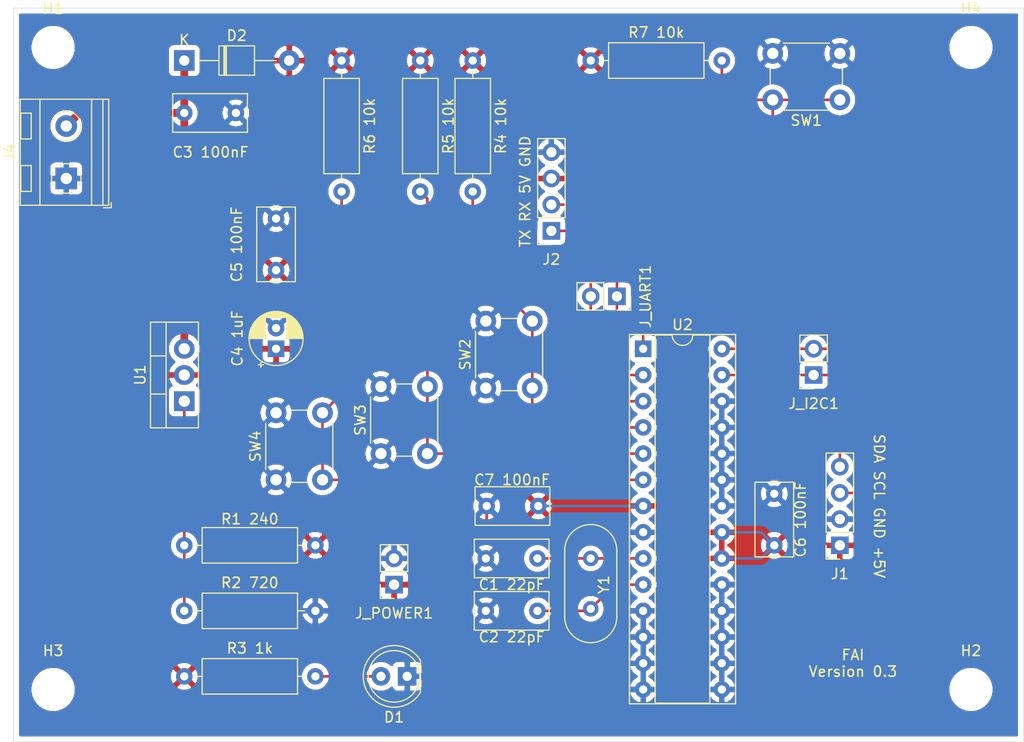
<source format=kicad_pcb>
(kicad_pcb (version 20171130) (host pcbnew "(5.1.6)-1")
  (layers (0 F.Cu signal) (31 B.Cu signal) (34 B.Paste user) (35 F.Paste user) (36 B.SilkS user) (37 F.SilkS user) (38 B.Mask user) (39 F.Mask user) (44 Edge.Cuts user))
  (net 0 "")
  (net 1 "Net-(C1-Pad2)")
  (net 2 GND)
  (net 3 "Net-(C2-Pad2)")
  (net 4 +28V)
  (net 5 +5V)
  (net 6 "Net-(D1-Pad2)")
  (net 7 "Net-(R1-Pad2)")
  (net 8 /PIN2)
  (net 9 /PIN3)
  (net 10 /PIN4)
  (net 11 /SCL)
  (net 12 /SDA)
  (net 13 "Net-(R7-Pad2)")
  (net 14 /RX)
  (net 15 /TX)
  (module "Connector THT:PinSocket_1x02_P2.54mm_Vertical" (layer F.Cu) (at 95.25 132.08 270)
    (fp_text reference J_UART1 (at 0 -2.77 270) (layer F.SilkS))
    (fp_text value Conn_01x02_Female)
    (fp_line (start -1.33 1.27) (end 1.33 1.27) (layer F.SilkS) (width 0.12))
    (fp_line (start -1.33 1.27) (end -1.33 3.87) (layer F.SilkS) (width 0.12))
    (fp_line (start -1.33 3.87) (end 1.33 3.87) (layer F.SilkS) (width 0.12))
    (fp_line (start 1.33 1.27) (end 1.33 3.87) (layer F.SilkS) (width 0.12))
    (fp_line (start 1.33 -1.33) (end 1.33 0) (layer F.SilkS) (width 0.12))
    (fp_line (start 0 -1.33) (end 1.33 -1.33) (layer F.SilkS) (width 0.12))
    (pad 2 thru_hole oval (at 0 2.54 270) (size 1.7 1.7) (drill 1) (layers *.Cu *.Mask) (net 15 /TX))
    (pad 1 thru_hole rect (at 0 0 270) (size 1.7 1.7) (drill 1) (layers *.Cu *.Mask) (net 14 /RX))
  )
  (module "Connector THT:PinSocket_1x02_P2.54mm_Vertical" (layer F.Cu) (at 73.66 160.02 180)
    (fp_text reference J_POWER1 (at 0 -2.77 180) (layer F.SilkS))
    (fp_text value Conn_01x02_Female)
    (fp_line (start -1.33 1.27) (end 1.33 1.27) (layer F.SilkS) (width 0.12))
    (fp_line (start -1.33 1.27) (end -1.33 3.87) (layer F.SilkS) (width 0.12))
    (fp_line (start -1.33 3.87) (end 1.33 3.87) (layer F.SilkS) (width 0.12))
    (fp_line (start 1.33 1.27) (end 1.33 3.87) (layer F.SilkS) (width 0.12))
    (fp_line (start 1.33 -1.33) (end 1.33 0) (layer F.SilkS) (width 0.12))
    (fp_line (start 0 -1.33) (end 1.33 -1.33) (layer F.SilkS) (width 0.12))
    (pad 2 thru_hole oval (at 0 2.54 180) (size 1.7 1.7) (drill 1) (layers *.Cu *.Mask) (net 2 GND))
    (pad 1 thru_hole rect (at 0 0 180) (size 1.7 1.7) (drill 1) (layers *.Cu *.Mask) (net 5 +5V))
  )
  (module "Connector THT:PinSocket_1x02_P2.54mm_Vertical" (layer F.Cu) (at 114.3 139.7 180)
    (fp_text reference J_I2C1 (at 0 -2.77 180) (layer F.SilkS))
    (fp_text value Conn_01x02_Female)
    (fp_line (start -1.33 1.27) (end 1.33 1.27) (layer F.SilkS) (width 0.12))
    (fp_line (start -1.33 1.27) (end -1.33 3.87) (layer F.SilkS) (width 0.12))
    (fp_line (start -1.33 3.87) (end 1.33 3.87) (layer F.SilkS) (width 0.12))
    (fp_line (start 1.33 1.27) (end 1.33 3.87) (layer F.SilkS) (width 0.12))
    (fp_line (start 1.33 -1.33) (end 1.33 0) (layer F.SilkS) (width 0.12))
    (fp_line (start 0 -1.33) (end 1.33 -1.33) (layer F.SilkS) (width 0.12))
    (pad 2 thru_hole oval (at 0 2.54 180) (size 1.7 1.7) (drill 1) (layers *.Cu *.Mask) (net 11 /SCL))
    (pad 1 thru_hole rect (at 0 0 180) (size 1.7 1.7) (drill 1) (layers *.Cu *.Mask) (net 12 /SDA))
  )
  (module Capacitor_THT:C_Rect_L7.0mm_W3.5mm_P5.00mm (layer F.Cu) (at 62.23 129.54 90)
    (fp_text reference "C5 100nF" (at 2.5 -3.81 90) (layer F.SilkS))
    (fp_text value 100nF)
    (fp_line (start -1.12 -1.87) (end 6.12 -1.87) (layer F.SilkS) (width 0.12))
    (fp_line (start -1.12 1.87) (end 6.12 1.87) (layer F.SilkS) (width 0.12))
    (fp_line (start -1.12 -1.87) (end -1.12 1.87) (layer F.SilkS) (width 0.12))
    (fp_line (start 6.12 -1.87) (end 6.12 1.87) (layer F.SilkS) (width 0.12))
    (pad 2 thru_hole circle (at 5 0 90) (size 1.6 1.6) (drill 0.8) (layers *.Cu *.Mask) (net 2 GND))
    (pad 1 thru_hole circle (at 0 0 90) (size 1.6 1.6) (drill 0.8) (layers *.Cu *.Mask) (net 5 +5V))
  )
  (module "Button THT:SW_PUSH_6mm_H5mm" (layer F.Cu) (at 62.23 149.86 90)
    (fp_text reference SW4 (at 3.25 -2 90) (layer F.SilkS))
    (fp_text value SW_Push)
    (fp_line (start 6.75 3) (end 6.75 1.5) (layer F.SilkS) (width 0.12))
    (fp_line (start 5.5 -1) (end 1 -1) (layer F.SilkS) (width 0.12))
    (fp_line (start -0.25 1.5) (end -0.25 3) (layer F.SilkS) (width 0.12))
    (fp_line (start 1 5.5) (end 5.5 5.5) (layer F.SilkS) (width 0.12))
    (pad 1 thru_hole circle (at 6.5 0 180) (size 2 2) (drill 1.1) (layers *.Cu *.Mask) (net 2 GND))
    (pad 2 thru_hole circle (at 6.5 4.5 180) (size 2 2) (drill 1.1) (layers *.Cu *.Mask) (net 10 /PIN4))
    (pad 1 thru_hole circle (at 0 0 180) (size 2 2) (drill 1.1) (layers *.Cu *.Mask) (net 2 GND))
    (pad 2 thru_hole circle (at 0 4.5 180) (size 2 2) (drill 1.1) (layers *.Cu *.Mask) (net 10 /PIN4))
  )
  (module "Connector THT:PinSocket_1x04_P2.54mm_Vertical" (layer F.Cu) (at 88.9 125.73 180)
    (fp_text reference J2 (at 0 -2.77) (layer F.SilkS))
    (fp_text value Conn_01x04_Female)
    (fp_line (start -1.33 1.27) (end 1.33 1.27) (layer F.SilkS) (width 0.12))
    (fp_line (start -1.33 1.27) (end -1.33 8.95) (layer F.SilkS) (width 0.12))
    (fp_line (start -1.33 8.95) (end 1.33 8.95) (layer F.SilkS) (width 0.12))
    (fp_line (start 1.33 1.27) (end 1.33 8.95) (layer F.SilkS) (width 0.12))
    (fp_line (start 1.33 -1.33) (end 1.33 0) (layer F.SilkS) (width 0.12))
    (fp_line (start 0 -1.33) (end 1.33 -1.33) (layer F.SilkS) (width 0.12))
    (pad 4 thru_hole oval (at 0 7.62 180) (size 1.7 1.7) (drill 1) (layers *.Cu *.Mask) (net 2 GND))
    (pad 3 thru_hole oval (at 0 5.08 180) (size 1.7 1.7) (drill 1) (layers *.Cu *.Mask) (net 5 +5V))
    (pad 2 thru_hole oval (at 0 2.54 180) (size 1.7 1.7) (drill 1) (layers *.Cu *.Mask) (net 14 /RX))
    (pad 1 thru_hole rect (at 0 0 180) (size 1.7 1.7) (drill 1) (layers *.Cu *.Mask) (net 15 /TX))
  )
  (module "Connector THT:PinSocket_1x04_P2.54mm_Vertical" (layer F.Cu) (at 116.84 156.21 180)
    (fp_text reference J1 (at 0 -2.77 180) (layer F.SilkS))
    (fp_text value Conn_01x04_Female)
    (fp_line (start -1.33 1.27) (end 1.33 1.27) (layer F.SilkS) (width 0.12))
    (fp_line (start -1.33 1.27) (end -1.33 8.95) (layer F.SilkS) (width 0.12))
    (fp_line (start -1.33 8.95) (end 1.33 8.95) (layer F.SilkS) (width 0.12))
    (fp_line (start 1.33 1.27) (end 1.33 8.95) (layer F.SilkS) (width 0.12))
    (fp_line (start 1.33 -1.33) (end 1.33 0) (layer F.SilkS) (width 0.12))
    (fp_line (start 0 -1.33) (end 1.33 -1.33) (layer F.SilkS) (width 0.12))
    (pad 4 thru_hole oval (at 0 7.62 180) (size 1.7 1.7) (drill 1) (layers *.Cu *.Mask) (net 12 /SDA))
    (pad 3 thru_hole oval (at 0 5.08 180) (size 1.7 1.7) (drill 1) (layers *.Cu *.Mask) (net 11 /SCL))
    (pad 2 thru_hole oval (at 0 2.54 180) (size 1.7 1.7) (drill 1) (layers *.Cu *.Mask) (net 2 GND))
    (pad 1 thru_hole rect (at 0 0 180) (size 1.7 1.7) (drill 1) (layers *.Cu *.Mask) (net 5 +5V))
  )
  (module Quartz:Crystal_HC49-4H_Vertical (layer F.Cu) (at 92.71 157.48 270)
    (fp_text reference Y1 (at 2.54 -1.27 90) (layer F.SilkS))
    (fp_text value 16Mhz)
    (fp_line (start -0.76 -2.525) (end 5.64 -2.525) (layer F.SilkS) (width 0.12))
    (fp_line (start -0.76 2.525) (end 5.64 2.525) (layer F.SilkS) (width 0.12))
    (fp_arc (start 5.64 0) (end 5.64 -2.525) (angle 180) (layer F.SilkS) (width 0.12))
    (fp_arc (start -0.76 0) (end -0.76 -2.525) (angle -180) (layer F.SilkS) (width 0.12))
    (pad 2 thru_hole circle (at 4.88 0 270) (size 1.5 1.5) (drill 0.8) (layers *.Cu *.Mask) (net 3 "Net-(C2-Pad2)"))
    (pad 1 thru_hole circle (at 0 0 270) (size 1.5 1.5) (drill 0.8) (layers *.Cu *.Mask) (net 1 "Net-(C1-Pad2)"))
  )
  (module "TO SOT THT:TO-220-3_Vertical" (layer F.Cu) (at 53.34 142.24 90)
    (fp_text reference U1 (at 2.54 -4.27 90) (layer F.SilkS))
    (fp_text value LM317_TO-220)
    (fp_line (start -2.58 -3.27) (end 7.66 -3.27) (layer F.SilkS) (width 0.12))
    (fp_line (start -2.58 1.371) (end 7.66 1.371) (layer F.SilkS) (width 0.12))
    (fp_line (start -2.58 -3.27) (end -2.58 1.371) (layer F.SilkS) (width 0.12))
    (fp_line (start 7.66 -3.27) (end 7.66 1.371) (layer F.SilkS) (width 0.12))
    (fp_line (start -2.58 -1.76) (end 7.66 -1.76) (layer F.SilkS) (width 0.12))
    (fp_line (start 0.69 -3.27) (end 0.69 -1.76) (layer F.SilkS) (width 0.12))
    (fp_line (start 4.391 -3.27) (end 4.391 -1.76) (layer F.SilkS) (width 0.12))
    (pad 3 thru_hole oval (at 5.08 0 90) (size 1.905 2) (drill 1.1) (layers *.Cu *.Mask) (net 4 +28V))
    (pad 2 thru_hole oval (at 2.54 0 90) (size 1.905 2) (drill 1.1) (layers *.Cu *.Mask) (net 5 +5V))
    (pad 1 thru_hole rect (at 0 0 90) (size 1.905 2) (drill 1.1) (layers *.Cu *.Mask) (net 7 "Net-(R1-Pad2)"))
  )
  (module "Button THT:SW_PUSH_6mm_H5mm" (layer F.Cu) (at 72.39 147.32 90)
    (fp_text reference SW3 (at 3.25 -2 270) (layer F.SilkS))
    (fp_text value SW_Push)
    (fp_line (start 1 5.5) (end 5.5 5.5) (layer F.SilkS) (width 0.12))
    (fp_line (start -0.25 1.5) (end -0.25 3) (layer F.SilkS) (width 0.12))
    (fp_line (start 5.5 -1) (end 1 -1) (layer F.SilkS) (width 0.12))
    (fp_line (start 6.75 3) (end 6.75 1.5) (layer F.SilkS) (width 0.12))
    (pad 1 thru_hole circle (at 6.5 0 180) (size 2 2) (drill 1.1) (layers *.Cu *.Mask) (net 2 GND))
    (pad 2 thru_hole circle (at 6.5 4.5 180) (size 2 2) (drill 1.1) (layers *.Cu *.Mask) (net 9 /PIN3))
    (pad 1 thru_hole circle (at 0 0 180) (size 2 2) (drill 1.1) (layers *.Cu *.Mask) (net 2 GND))
    (pad 2 thru_hole circle (at 0 4.5 180) (size 2 2) (drill 1.1) (layers *.Cu *.Mask) (net 9 /PIN3))
  )
  (module "Button THT:SW_PUSH_6mm_H5mm" (layer F.Cu) (at 82.55 140.97 90)
    (fp_text reference SW2 (at 3.25 -2 270) (layer F.SilkS))
    (fp_text value SW_Push)
    (fp_line (start 1 5.5) (end 5.5 5.5) (layer F.SilkS) (width 0.12))
    (fp_line (start -0.25 1.5) (end -0.25 3) (layer F.SilkS) (width 0.12))
    (fp_line (start 5.5 -1) (end 1 -1) (layer F.SilkS) (width 0.12))
    (fp_line (start 6.75 3) (end 6.75 1.5) (layer F.SilkS) (width 0.12))
    (pad 1 thru_hole circle (at 6.5 0 180) (size 2 2) (drill 1.1) (layers *.Cu *.Mask) (net 2 GND))
    (pad 2 thru_hole circle (at 6.5 4.5 180) (size 2 2) (drill 1.1) (layers *.Cu *.Mask) (net 8 /PIN2))
    (pad 1 thru_hole circle (at 0 0 180) (size 2 2) (drill 1.1) (layers *.Cu *.Mask) (net 2 GND))
    (pad 2 thru_hole circle (at 0 4.5 180) (size 2 2) (drill 1.1) (layers *.Cu *.Mask) (net 8 /PIN2))
  )
  (module "Button THT:SW_PUSH_6mm_H5mm" (layer F.Cu) (at 116.84 113.03 180)
    (fp_text reference SW1 (at 3.25 -2 180) (layer F.SilkS))
    (fp_text value SW_Push_Reset)
    (fp_line (start 1 5.5) (end 5.5 5.5) (layer F.SilkS) (width 0.12))
    (fp_line (start -0.25 1.5) (end -0.25 3) (layer F.SilkS) (width 0.12))
    (fp_line (start 5.5 -1) (end 1 -1) (layer F.SilkS) (width 0.12))
    (fp_line (start 6.75 3) (end 6.75 1.5) (layer F.SilkS) (width 0.12))
    (pad 1 thru_hole circle (at 6.5 0 270) (size 2 2) (drill 1.1) (layers *.Cu *.Mask) (net 13 "Net-(R7-Pad2)"))
    (pad 2 thru_hole circle (at 6.5 4.5 270) (size 2 2) (drill 1.1) (layers *.Cu *.Mask) (net 2 GND))
    (pad 1 thru_hole circle (at 0 0 270) (size 2 2) (drill 1.1) (layers *.Cu *.Mask) (net 13 "Net-(R7-Pad2)"))
    (pad 2 thru_hole circle (at 0 4.5 270) (size 2 2) (drill 1.1) (layers *.Cu *.Mask) (net 2 GND))
  )
  (module LED:LED_D5.0mm_Clear (layer F.Cu) (at 74.93 168.91 180)
    (fp_text reference D1 (at 1.27 -3.96) (layer F.SilkS))
    (fp_text value "Power LED")
    (fp_line (start -1.29 -1.545) (end -1.29 1.545) (layer F.SilkS) (width 0.12))
    (fp_circle (center 1.27 0) (end 3.77 0) (layer F.SilkS) (width 0.12))
    (fp_arc (start 1.27 0) (end -1.29 1.54483) (angle -148.9) (layer F.SilkS) (width 0.12))
    (fp_arc (start 1.27 0) (end -1.29 -1.54483) (angle 148.9) (layer F.SilkS) (width 0.12))
    (pad 2 thru_hole circle (at 2.54 0 180) (size 1.8 1.8) (drill 0.9) (layers *.Cu *.Mask) (net 6 "Net-(D1-Pad2)"))
    (pad 1 thru_hole rect (at 0 0 180) (size 1.8 1.8) (drill 0.9) (layers *.Cu *.Mask) (net 2 GND))
  )
  (module "Capacitor THT:C_Rect_L7.0mm_W3.5mm_P5.00mm" (layer F.Cu) (at 82.55 157.48)
    (fp_text reference "C1 22pF" (at 2.5 2.54) (layer F.SilkS))
    (fp_text value 22pf)
    (fp_line (start -1.12 -1.87) (end 6.12 -1.87) (layer F.SilkS) (width 0.12))
    (fp_line (start -1.12 1.87) (end 6.12 1.87) (layer F.SilkS) (width 0.12))
    (fp_line (start -1.12 -1.87) (end -1.12 1.87) (layer F.SilkS) (width 0.12))
    (fp_line (start 6.12 -1.87) (end 6.12 1.87) (layer F.SilkS) (width 0.12))
    (pad 2 thru_hole circle (at 5 0) (size 1.6 1.6) (drill 0.8) (layers *.Cu *.Mask) (net 1 "Net-(C1-Pad2)"))
    (pad 1 thru_hole circle (at 0 0) (size 1.6 1.6) (drill 0.8) (layers *.Cu *.Mask) (net 2 GND))
  )
  (module "Capacitor THT:C_Rect_L7.0mm_W3.5mm_P5.00mm" (layer F.Cu) (at 82.55 162.56)
    (fp_text reference "C2 22pF" (at 2.5 2.54) (layer F.SilkS))
    (fp_text value 22pf)
    (fp_line (start 6.12 -1.87) (end 6.12 1.87) (layer F.SilkS) (width 0.12))
    (fp_line (start -1.12 -1.87) (end -1.12 1.87) (layer F.SilkS) (width 0.12))
    (fp_line (start -1.12 1.87) (end 6.12 1.87) (layer F.SilkS) (width 0.12))
    (fp_line (start -1.12 -1.87) (end 6.12 -1.87) (layer F.SilkS) (width 0.12))
    (pad 1 thru_hole circle (at 0 0) (size 1.6 1.6) (drill 0.8) (layers *.Cu *.Mask) (net 2 GND))
    (pad 2 thru_hole circle (at 5 0) (size 1.6 1.6) (drill 0.8) (layers *.Cu *.Mask) (net 3 "Net-(C2-Pad2)"))
  )
  (module Capacitor_THT:C_Rect_L7.0mm_W3.5mm_P5.00mm (layer F.Cu) (at 53.34 114.3)
    (fp_text reference "C3 100nF" (at 2.54 3.81) (layer F.SilkS))
    (fp_text value 100nF)
    (fp_line (start 6.12 -1.87) (end 6.12 1.87) (layer F.SilkS) (width 0.12))
    (fp_line (start -1.12 -1.87) (end -1.12 1.87) (layer F.SilkS) (width 0.12))
    (fp_line (start -1.12 1.87) (end 6.12 1.87) (layer F.SilkS) (width 0.12))
    (fp_line (start -1.12 -1.87) (end 6.12 -1.87) (layer F.SilkS) (width 0.12))
    (pad 1 thru_hole circle (at 0 0) (size 1.6 1.6) (drill 0.8) (layers *.Cu *.Mask) (net 4 +28V))
    (pad 2 thru_hole circle (at 5 0) (size 1.6 1.6) (drill 0.8) (layers *.Cu *.Mask) (net 2 GND))
  )
  (module "Capacitor THT:CP_Radial_D5.0mm_P2.00mm" (layer F.Cu) (at 62.23 137.16 90)
    (fp_text reference "C4 1uF" (at 1 -3.75 90) (layer F.SilkS))
    (fp_text value 1uF)
    (fp_line (start -1.554775 -1.725) (end -1.554775 -1.225) (layer F.SilkS) (width 0.12))
    (fp_line (start -1.804775 -1.475) (end -1.304775 -1.475) (layer F.SilkS) (width 0.12))
    (fp_line (start 3.601 -0.284) (end 3.601 0.284) (layer F.SilkS) (width 0.12))
    (fp_line (start 3.561 -0.518) (end 3.561 0.518) (layer F.SilkS) (width 0.12))
    (fp_line (start 3.521 -0.677) (end 3.521 0.677) (layer F.SilkS) (width 0.12))
    (fp_line (start 3.481 -0.805) (end 3.481 0.805) (layer F.SilkS) (width 0.12))
    (fp_line (start 3.441 -0.915) (end 3.441 0.915) (layer F.SilkS) (width 0.12))
    (fp_line (start 3.401 -1.011) (end 3.401 1.011) (layer F.SilkS) (width 0.12))
    (fp_line (start 3.361 -1.098) (end 3.361 1.098) (layer F.SilkS) (width 0.12))
    (fp_line (start 3.321 -1.178) (end 3.321 1.178) (layer F.SilkS) (width 0.12))
    (fp_line (start 3.281 -1.251) (end 3.281 1.251) (layer F.SilkS) (width 0.12))
    (fp_line (start 3.241 -1.319) (end 3.241 1.319) (layer F.SilkS) (width 0.12))
    (fp_line (start 3.201 -1.383) (end 3.201 1.383) (layer F.SilkS) (width 0.12))
    (fp_line (start 3.161 -1.443) (end 3.161 1.443) (layer F.SilkS) (width 0.12))
    (fp_line (start 3.121 -1.5) (end 3.121 1.5) (layer F.SilkS) (width 0.12))
    (fp_line (start 3.081 -1.554) (end 3.081 1.554) (layer F.SilkS) (width 0.12))
    (fp_line (start 3.041 -1.605) (end 3.041 1.605) (layer F.SilkS) (width 0.12))
    (fp_line (start 3.001 1.04) (end 3.001 1.653) (layer F.SilkS) (width 0.12))
    (fp_line (start 3.001 -1.653) (end 3.001 -1.04) (layer F.SilkS) (width 0.12))
    (fp_line (start 2.961 1.04) (end 2.961 1.699) (layer F.SilkS) (width 0.12))
    (fp_line (start 2.961 -1.699) (end 2.961 -1.04) (layer F.SilkS) (width 0.12))
    (fp_line (start 2.921 1.04) (end 2.921 1.743) (layer F.SilkS) (width 0.12))
    (fp_line (start 2.921 -1.743) (end 2.921 -1.04) (layer F.SilkS) (width 0.12))
    (fp_line (start 2.881 1.04) (end 2.881 1.785) (layer F.SilkS) (width 0.12))
    (fp_line (start 2.881 -1.785) (end 2.881 -1.04) (layer F.SilkS) (width 0.12))
    (fp_line (start 2.841 1.04) (end 2.841 1.826) (layer F.SilkS) (width 0.12))
    (fp_line (start 2.841 -1.826) (end 2.841 -1.04) (layer F.SilkS) (width 0.12))
    (fp_line (start 2.801 1.04) (end 2.801 1.864) (layer F.SilkS) (width 0.12))
    (fp_line (start 2.801 -1.864) (end 2.801 -1.04) (layer F.SilkS) (width 0.12))
    (fp_line (start 2.761 1.04) (end 2.761 1.901) (layer F.SilkS) (width 0.12))
    (fp_line (start 2.761 -1.901) (end 2.761 -1.04) (layer F.SilkS) (width 0.12))
    (fp_line (start 2.721 1.04) (end 2.721 1.937) (layer F.SilkS) (width 0.12))
    (fp_line (start 2.721 -1.937) (end 2.721 -1.04) (layer F.SilkS) (width 0.12))
    (fp_line (start 2.681 1.04) (end 2.681 1.971) (layer F.SilkS) (width 0.12))
    (fp_line (start 2.681 -1.971) (end 2.681 -1.04) (layer F.SilkS) (width 0.12))
    (fp_line (start 2.641 1.04) (end 2.641 2.004) (layer F.SilkS) (width 0.12))
    (fp_line (start 2.641 -2.004) (end 2.641 -1.04) (layer F.SilkS) (width 0.12))
    (fp_line (start 2.601 1.04) (end 2.601 2.035) (layer F.SilkS) (width 0.12))
    (fp_line (start 2.601 -2.035) (end 2.601 -1.04) (layer F.SilkS) (width 0.12))
    (fp_line (start 2.561 1.04) (end 2.561 2.065) (layer F.SilkS) (width 0.12))
    (fp_line (start 2.561 -2.065) (end 2.561 -1.04) (layer F.SilkS) (width 0.12))
    (fp_line (start 2.521 1.04) (end 2.521 2.095) (layer F.SilkS) (width 0.12))
    (fp_line (start 2.521 -2.095) (end 2.521 -1.04) (layer F.SilkS) (width 0.12))
    (fp_line (start 2.481 1.04) (end 2.481 2.122) (layer F.SilkS) (width 0.12))
    (fp_line (start 2.481 -2.122) (end 2.481 -1.04) (layer F.SilkS) (width 0.12))
    (fp_line (start 2.441 1.04) (end 2.441 2.149) (layer F.SilkS) (width 0.12))
    (fp_line (start 2.441 -2.149) (end 2.441 -1.04) (layer F.SilkS) (width 0.12))
    (fp_line (start 2.401 1.04) (end 2.401 2.175) (layer F.SilkS) (width 0.12))
    (fp_line (start 2.401 -2.175) (end 2.401 -1.04) (layer F.SilkS) (width 0.12))
    (fp_line (start 2.361 1.04) (end 2.361 2.2) (layer F.SilkS) (width 0.12))
    (fp_line (start 2.361 -2.2) (end 2.361 -1.04) (layer F.SilkS) (width 0.12))
    (fp_line (start 2.321 1.04) (end 2.321 2.224) (layer F.SilkS) (width 0.12))
    (fp_line (start 2.321 -2.224) (end 2.321 -1.04) (layer F.SilkS) (width 0.12))
    (fp_line (start 2.281 1.04) (end 2.281 2.247) (layer F.SilkS) (width 0.12))
    (fp_line (start 2.281 -2.247) (end 2.281 -1.04) (layer F.SilkS) (width 0.12))
    (fp_line (start 2.241 1.04) (end 2.241 2.268) (layer F.SilkS) (width 0.12))
    (fp_line (start 2.241 -2.268) (end 2.241 -1.04) (layer F.SilkS) (width 0.12))
    (fp_line (start 2.201 1.04) (end 2.201 2.29) (layer F.SilkS) (width 0.12))
    (fp_line (start 2.201 -2.29) (end 2.201 -1.04) (layer F.SilkS) (width 0.12))
    (fp_line (start 2.161 1.04) (end 2.161 2.31) (layer F.SilkS) (width 0.12))
    (fp_line (start 2.161 -2.31) (end 2.161 -1.04) (layer F.SilkS) (width 0.12))
    (fp_line (start 2.121 1.04) (end 2.121 2.329) (layer F.SilkS) (width 0.12))
    (fp_line (start 2.121 -2.329) (end 2.121 -1.04) (layer F.SilkS) (width 0.12))
    (fp_line (start 2.081 1.04) (end 2.081 2.348) (layer F.SilkS) (width 0.12))
    (fp_line (start 2.081 -2.348) (end 2.081 -1.04) (layer F.SilkS) (width 0.12))
    (fp_line (start 2.041 1.04) (end 2.041 2.365) (layer F.SilkS) (width 0.12))
    (fp_line (start 2.041 -2.365) (end 2.041 -1.04) (layer F.SilkS) (width 0.12))
    (fp_line (start 2.001 1.04) (end 2.001 2.382) (layer F.SilkS) (width 0.12))
    (fp_line (start 2.001 -2.382) (end 2.001 -1.04) (layer F.SilkS) (width 0.12))
    (fp_line (start 1.961 1.04) (end 1.961 2.398) (layer F.SilkS) (width 0.12))
    (fp_line (start 1.961 -2.398) (end 1.961 -1.04) (layer F.SilkS) (width 0.12))
    (fp_line (start 1.921 1.04) (end 1.921 2.414) (layer F.SilkS) (width 0.12))
    (fp_line (start 1.921 -2.414) (end 1.921 -1.04) (layer F.SilkS) (width 0.12))
    (fp_line (start 1.881 1.04) (end 1.881 2.428) (layer F.SilkS) (width 0.12))
    (fp_line (start 1.881 -2.428) (end 1.881 -1.04) (layer F.SilkS) (width 0.12))
    (fp_line (start 1.841 1.04) (end 1.841 2.442) (layer F.SilkS) (width 0.12))
    (fp_line (start 1.841 -2.442) (end 1.841 -1.04) (layer F.SilkS) (width 0.12))
    (fp_line (start 1.801 1.04) (end 1.801 2.455) (layer F.SilkS) (width 0.12))
    (fp_line (start 1.801 -2.455) (end 1.801 -1.04) (layer F.SilkS) (width 0.12))
    (fp_line (start 1.761 1.04) (end 1.761 2.468) (layer F.SilkS) (width 0.12))
    (fp_line (start 1.761 -2.468) (end 1.761 -1.04) (layer F.SilkS) (width 0.12))
    (fp_line (start 1.721 1.04) (end 1.721 2.48) (layer F.SilkS) (width 0.12))
    (fp_line (start 1.721 -2.48) (end 1.721 -1.04) (layer F.SilkS) (width 0.12))
    (fp_line (start 1.68 1.04) (end 1.68 2.491) (layer F.SilkS) (width 0.12))
    (fp_line (start 1.68 -2.491) (end 1.68 -1.04) (layer F.SilkS) (width 0.12))
    (fp_line (start 1.64 1.04) (end 1.64 2.501) (layer F.SilkS) (width 0.12))
    (fp_line (start 1.64 -2.501) (end 1.64 -1.04) (layer F.SilkS) (width 0.12))
    (fp_line (start 1.6 1.04) (end 1.6 2.511) (layer F.SilkS) (width 0.12))
    (fp_line (start 1.6 -2.511) (end 1.6 -1.04) (layer F.SilkS) (width 0.12))
    (fp_line (start 1.56 1.04) (end 1.56 2.52) (layer F.SilkS) (width 0.12))
    (fp_line (start 1.56 -2.52) (end 1.56 -1.04) (layer F.SilkS) (width 0.12))
    (fp_line (start 1.52 1.04) (end 1.52 2.528) (layer F.SilkS) (width 0.12))
    (fp_line (start 1.52 -2.528) (end 1.52 -1.04) (layer F.SilkS) (width 0.12))
    (fp_line (start 1.48 1.04) (end 1.48 2.536) (layer F.SilkS) (width 0.12))
    (fp_line (start 1.48 -2.536) (end 1.48 -1.04) (layer F.SilkS) (width 0.12))
    (fp_line (start 1.44 1.04) (end 1.44 2.543) (layer F.SilkS) (width 0.12))
    (fp_line (start 1.44 -2.543) (end 1.44 -1.04) (layer F.SilkS) (width 0.12))
    (fp_line (start 1.4 1.04) (end 1.4 2.55) (layer F.SilkS) (width 0.12))
    (fp_line (start 1.4 -2.55) (end 1.4 -1.04) (layer F.SilkS) (width 0.12))
    (fp_line (start 1.36 1.04) (end 1.36 2.556) (layer F.SilkS) (width 0.12))
    (fp_line (start 1.36 -2.556) (end 1.36 -1.04) (layer F.SilkS) (width 0.12))
    (fp_line (start 1.32 1.04) (end 1.32 2.561) (layer F.SilkS) (width 0.12))
    (fp_line (start 1.32 -2.561) (end 1.32 -1.04) (layer F.SilkS) (width 0.12))
    (fp_line (start 1.28 1.04) (end 1.28 2.565) (layer F.SilkS) (width 0.12))
    (fp_line (start 1.28 -2.565) (end 1.28 -1.04) (layer F.SilkS) (width 0.12))
    (fp_line (start 1.24 1.04) (end 1.24 2.569) (layer F.SilkS) (width 0.12))
    (fp_line (start 1.24 -2.569) (end 1.24 -1.04) (layer F.SilkS) (width 0.12))
    (fp_line (start 1.2 1.04) (end 1.2 2.573) (layer F.SilkS) (width 0.12))
    (fp_line (start 1.2 -2.573) (end 1.2 -1.04) (layer F.SilkS) (width 0.12))
    (fp_line (start 1.16 1.04) (end 1.16 2.576) (layer F.SilkS) (width 0.12))
    (fp_line (start 1.16 -2.576) (end 1.16 -1.04) (layer F.SilkS) (width 0.12))
    (fp_line (start 1.12 1.04) (end 1.12 2.578) (layer F.SilkS) (width 0.12))
    (fp_line (start 1.12 -2.578) (end 1.12 -1.04) (layer F.SilkS) (width 0.12))
    (fp_line (start 1.08 1.04) (end 1.08 2.579) (layer F.SilkS) (width 0.12))
    (fp_line (start 1.08 -2.579) (end 1.08 -1.04) (layer F.SilkS) (width 0.12))
    (fp_line (start 1.04 -2.58) (end 1.04 -1.04) (layer F.SilkS) (width 0.12))
    (fp_line (start 1.04 1.04) (end 1.04 2.58) (layer F.SilkS) (width 0.12))
    (fp_line (start 1 -2.58) (end 1 -1.04) (layer F.SilkS) (width 0.12))
    (fp_line (start 1 1.04) (end 1 2.58) (layer F.SilkS) (width 0.12))
    (fp_circle (center 1 0) (end 3.62 0) (layer F.SilkS) (width 0.12))
    (pad 1 thru_hole rect (at 0 0 90) (size 1.6 1.6) (drill 0.8) (layers *.Cu *.Mask) (net 5 +5V))
    (pad 2 thru_hole circle (at 2 0 90) (size 1.6 1.6) (drill 0.8) (layers *.Cu *.Mask) (net 2 GND))
  )
  (module Capacitor_THT:C_Rect_L7.0mm_W3.5mm_P5.00mm (layer F.Cu) (at 110.49 156.21 90)
    (fp_text reference "C6 100nF" (at 2.5 2.54 90) (layer F.SilkS))
    (fp_text value 100nF)
    (fp_line (start 6.12 -1.87) (end 6.12 1.87) (layer F.SilkS) (width 0.12))
    (fp_line (start -1.12 -1.87) (end -1.12 1.87) (layer F.SilkS) (width 0.12))
    (fp_line (start -1.12 1.87) (end 6.12 1.87) (layer F.SilkS) (width 0.12))
    (fp_line (start -1.12 -1.87) (end 6.12 -1.87) (layer F.SilkS) (width 0.12))
    (pad 1 thru_hole circle (at 0 0 90) (size 1.6 1.6) (drill 0.8) (layers *.Cu *.Mask) (net 5 +5V))
    (pad 2 thru_hole circle (at 5 0 90) (size 1.6 1.6) (drill 0.8) (layers *.Cu *.Mask) (net 2 GND))
  )
  (module Capacitor_THT:C_Rect_L7.0mm_W3.5mm_P5.00mm (layer F.Cu) (at 87.63 152.4 180)
    (fp_text reference "C7 100nF" (at 2.54 2.54) (layer F.SilkS))
    (fp_text value 100nF)
    (fp_line (start -1.12 -1.87) (end 6.12 -1.87) (layer F.SilkS) (width 0.12))
    (fp_line (start -1.12 1.87) (end 6.12 1.87) (layer F.SilkS) (width 0.12))
    (fp_line (start -1.12 -1.87) (end -1.12 1.87) (layer F.SilkS) (width 0.12))
    (fp_line (start 6.12 -1.87) (end 6.12 1.87) (layer F.SilkS) (width 0.12))
    (pad 2 thru_hole circle (at 5 0 180) (size 1.6 1.6) (drill 0.8) (layers *.Cu *.Mask) (net 2 GND))
    (pad 1 thru_hole circle (at 0 0 180) (size 1.6 1.6) (drill 0.8) (layers *.Cu *.Mask) (net 5 +5V))
  )
  (module Package_DIP:DIP-28_W7.62mm_Socket (layer F.Cu) (at 97.79 137.16)
    (fp_text reference U2 (at 3.81 -2.33) (layer F.SilkS))
    (fp_text value ATmega328P-PU)
    (fp_line (start 8.95 -1.39) (end -1.33 -1.39) (layer F.SilkS) (width 0.12))
    (fp_line (start 8.95 34.41) (end 8.95 -1.39) (layer F.SilkS) (width 0.12))
    (fp_line (start -1.33 34.41) (end 8.95 34.41) (layer F.SilkS) (width 0.12))
    (fp_line (start -1.33 -1.39) (end -1.33 34.41) (layer F.SilkS) (width 0.12))
    (fp_line (start 6.46 -1.33) (end 4.81 -1.33) (layer F.SilkS) (width 0.12))
    (fp_line (start 6.46 34.35) (end 6.46 -1.33) (layer F.SilkS) (width 0.12))
    (fp_line (start 1.16 34.35) (end 6.46 34.35) (layer F.SilkS) (width 0.12))
    (fp_line (start 1.16 -1.33) (end 1.16 34.35) (layer F.SilkS) (width 0.12))
    (fp_line (start 2.81 -1.33) (end 1.16 -1.33) (layer F.SilkS) (width 0.12))
    (fp_arc (start 3.81 -1.33) (end 2.81 -1.33) (angle -180) (layer F.SilkS) (width 0.12))
    (pad 1 thru_hole rect (at 0 0) (size 1.6 1.6) (drill 0.8) (layers *.Cu *.Mask) (net 13 "Net-(R7-Pad2)"))
    (pad 15 thru_hole oval (at 7.62 33.02) (size 1.6 1.6) (drill 0.8) (layers *.Cu *.Mask) (net 2 GND))
    (pad 2 thru_hole oval (at 0 2.54) (size 1.6 1.6) (drill 0.8) (layers *.Cu *.Mask) (net 14 /RX))
    (pad 16 thru_hole oval (at 7.62 30.48) (size 1.6 1.6) (drill 0.8) (layers *.Cu *.Mask) (net 2 GND))
    (pad 3 thru_hole oval (at 0 5.08) (size 1.6 1.6) (drill 0.8) (layers *.Cu *.Mask) (net 15 /TX))
    (pad 17 thru_hole oval (at 7.62 27.94) (size 1.6 1.6) (drill 0.8) (layers *.Cu *.Mask) (net 2 GND))
    (pad 4 thru_hole oval (at 0 7.62) (size 1.6 1.6) (drill 0.8) (layers *.Cu *.Mask) (net 8 /PIN2))
    (pad 18 thru_hole oval (at 7.62 25.4) (size 1.6 1.6) (drill 0.8) (layers *.Cu *.Mask) (net 2 GND))
    (pad 5 thru_hole oval (at 0 10.16) (size 1.6 1.6) (drill 0.8) (layers *.Cu *.Mask) (net 9 /PIN3))
    (pad 19 thru_hole oval (at 7.62 22.86) (size 1.6 1.6) (drill 0.8) (layers *.Cu *.Mask) (net 2 GND))
    (pad 6 thru_hole oval (at 0 12.7) (size 1.6 1.6) (drill 0.8) (layers *.Cu *.Mask) (net 10 /PIN4))
    (pad 20 thru_hole oval (at 7.62 20.32) (size 1.6 1.6) (drill 0.8) (layers *.Cu *.Mask) (net 5 +5V))
    (pad 7 thru_hole oval (at 0 15.24) (size 1.6 1.6) (drill 0.8) (layers *.Cu *.Mask) (net 5 +5V))
    (pad 21 thru_hole oval (at 7.62 17.78) (size 1.6 1.6) (drill 0.8) (layers *.Cu *.Mask) (net 5 +5V))
    (pad 8 thru_hole oval (at 0 17.78) (size 1.6 1.6) (drill 0.8) (layers *.Cu *.Mask) (net 2 GND))
    (pad 22 thru_hole oval (at 7.62 15.24) (size 1.6 1.6) (drill 0.8) (layers *.Cu *.Mask) (net 2 GND))
    (pad 9 thru_hole oval (at 0 20.32) (size 1.6 1.6) (drill 0.8) (layers *.Cu *.Mask) (net 1 "Net-(C1-Pad2)"))
    (pad 23 thru_hole oval (at 7.62 12.7) (size 1.6 1.6) (drill 0.8) (layers *.Cu *.Mask) (net 2 GND))
    (pad 10 thru_hole oval (at 0 22.86) (size 1.6 1.6) (drill 0.8) (layers *.Cu *.Mask) (net 3 "Net-(C2-Pad2)"))
    (pad 24 thru_hole oval (at 7.62 10.16) (size 1.6 1.6) (drill 0.8) (layers *.Cu *.Mask) (net 2 GND))
    (pad 11 thru_hole oval (at 0 25.4) (size 1.6 1.6) (drill 0.8) (layers *.Cu *.Mask) (net 2 GND))
    (pad 25 thru_hole oval (at 7.62 7.62) (size 1.6 1.6) (drill 0.8) (layers *.Cu *.Mask) (net 2 GND))
    (pad 12 thru_hole oval (at 0 27.94) (size 1.6 1.6) (drill 0.8) (layers *.Cu *.Mask) (net 2 GND))
    (pad 26 thru_hole oval (at 7.62 5.08) (size 1.6 1.6) (drill 0.8) (layers *.Cu *.Mask) (net 2 GND))
    (pad 13 thru_hole oval (at 0 30.48) (size 1.6 1.6) (drill 0.8) (layers *.Cu *.Mask) (net 2 GND))
    (pad 27 thru_hole oval (at 7.62 2.54) (size 1.6 1.6) (drill 0.8) (layers *.Cu *.Mask) (net 12 /SDA))
    (pad 14 thru_hole oval (at 0 33.02) (size 1.6 1.6) (drill 0.8) (layers *.Cu *.Mask) (net 2 GND))
    (pad 28 thru_hole oval (at 7.62 0) (size 1.6 1.6) (drill 0.8) (layers *.Cu *.Mask) (net 11 /SCL))
  )
  (module "Diode THT:D_T-1_P10.16mm_Horizontal" (layer F.Cu) (at 53.34 109.22)
    (fp_text reference D2 (at 5.08 -2.42) (layer F.SilkS))
    (fp_text value D)
    (fp_line (start 3.84 -1.42) (end 3.84 1.42) (layer F.SilkS) (width 0.12))
    (fp_line (start 4.08 -1.42) (end 4.08 1.42) (layer F.SilkS) (width 0.12))
    (fp_line (start 3.96 -1.42) (end 3.96 1.42) (layer F.SilkS) (width 0.12))
    (fp_line (start 8.92 0) (end 6.8 0) (layer F.SilkS) (width 0.12))
    (fp_line (start 1.24 0) (end 3.36 0) (layer F.SilkS) (width 0.12))
    (fp_line (start 6.8 -1.42) (end 3.36 -1.42) (layer F.SilkS) (width 0.12))
    (fp_line (start 6.8 1.42) (end 6.8 -1.42) (layer F.SilkS) (width 0.12))
    (fp_line (start 3.36 1.42) (end 6.8 1.42) (layer F.SilkS) (width 0.12))
    (fp_line (start 3.36 -1.42) (end 3.36 1.42) (layer F.SilkS) (width 0.12))
    (fp_text user K (at 0 -2) (layer F.SilkS))
    (pad 1 thru_hole rect (at 0 0) (size 2 2) (drill 1) (layers *.Cu *.Mask) (net 4 +28V))
    (pad 2 thru_hole oval (at 10.16 0) (size 2 2) (drill 1) (layers *.Cu *.Mask) (net 5 +5V))
  )
  (module MountingHole:MountingHole_3.2mm_M3_ISO14580 (layer F.Cu) (at 40.64 107.95)
    (fp_text reference H1 (at 0 -3.75) (layer F.SilkS))
    (fp_text value MountingHole)
    (pad 1 np_thru_hole circle (at 0 0) (size 3.2 3.2) (drill 3.2) (layers *.Cu *.Mask))
  )
  (module MountingHole:MountingHole_3.2mm_M3_ISO14580 (layer F.Cu) (at 129.54 170.18)
    (fp_text reference H2 (at 0 -3.75) (layer F.SilkS))
    (fp_text value MountingHole)
    (pad 1 np_thru_hole circle (at 0 0) (size 3.2 3.2) (drill 3.2) (layers *.Cu *.Mask))
  )
  (module MountingHole:MountingHole_3.2mm_M3_ISO14580 (layer F.Cu) (at 40.64 170.18)
    (fp_text reference H3 (at 0 -3.75) (layer F.SilkS))
    (fp_text value MountingHole)
    (pad 1 np_thru_hole circle (at 0 0) (size 3.2 3.2) (drill 3.2) (layers *.Cu *.Mask))
  )
  (module MountingHole:MountingHole_3.2mm_M3_ISO14580 (layer F.Cu) (at 129.54 107.95)
    (fp_text reference H4 (at 0 -3.75) (layer F.SilkS))
    (fp_text value MountingHole)
    (pad 1 np_thru_hole circle (at 0 0) (size 3.2 3.2) (drill 3.2) (layers *.Cu *.Mask))
  )
  (module Resistor:R_Axial_DIN0309_L9.0mm_D3.2mm_P12.70mm_Horizontal (layer F.Cu) (at 66.04 156.21 180)
    (fp_text reference "R1 240" (at 6.35 2.54) (layer F.SilkS))
    (fp_text value 240)
    (fp_line (start 1.73 -1.72) (end 1.73 1.72) (layer F.SilkS) (width 0.12))
    (fp_line (start 1.73 1.72) (end 10.97 1.72) (layer F.SilkS) (width 0.12))
    (fp_line (start 10.97 1.72) (end 10.97 -1.72) (layer F.SilkS) (width 0.12))
    (fp_line (start 10.97 -1.72) (end 1.73 -1.72) (layer F.SilkS) (width 0.12))
    (fp_line (start 1.04 0) (end 1.73 0) (layer F.SilkS) (width 0.12))
    (fp_line (start 11.66 0) (end 10.97 0) (layer F.SilkS) (width 0.12))
    (pad 1 thru_hole circle (at 0 0 180) (size 1.6 1.6) (drill 0.8) (layers *.Cu *.Mask) (net 5 +5V))
    (pad 2 thru_hole oval (at 12.7 0 180) (size 1.6 1.6) (drill 0.8) (layers *.Cu *.Mask) (net 7 "Net-(R1-Pad2)"))
  )
  (module Resistor:R_Axial_DIN0309_L9.0mm_D3.2mm_P12.70mm_Horizontal (layer F.Cu) (at 53.34 162.56)
    (fp_text reference "R2 720" (at 6.35 -2.72) (layer F.SilkS))
    (fp_text value 720)
    (fp_line (start 11.66 0) (end 10.97 0) (layer F.SilkS) (width 0.12))
    (fp_line (start 1.04 0) (end 1.73 0) (layer F.SilkS) (width 0.12))
    (fp_line (start 10.97 -1.72) (end 1.73 -1.72) (layer F.SilkS) (width 0.12))
    (fp_line (start 10.97 1.72) (end 10.97 -1.72) (layer F.SilkS) (width 0.12))
    (fp_line (start 1.73 1.72) (end 10.97 1.72) (layer F.SilkS) (width 0.12))
    (fp_line (start 1.73 -1.72) (end 1.73 1.72) (layer F.SilkS) (width 0.12))
    (pad 2 thru_hole oval (at 12.7 0) (size 1.6 1.6) (drill 0.8) (layers *.Cu *.Mask) (net 2 GND))
    (pad 1 thru_hole circle (at 0 0) (size 1.6 1.6) (drill 0.8) (layers *.Cu *.Mask) (net 7 "Net-(R1-Pad2)"))
  )
  (module Resistor:R_Axial_DIN0309_L9.0mm_D3.2mm_P12.70mm_Horizontal (layer F.Cu) (at 53.34 168.91)
    (fp_text reference "R3 1k" (at 6.35 -2.72 180) (layer F.SilkS))
    (fp_text value 1K)
    (fp_line (start 1.73 -1.72) (end 1.73 1.72) (layer F.SilkS) (width 0.12))
    (fp_line (start 1.73 1.72) (end 10.97 1.72) (layer F.SilkS) (width 0.12))
    (fp_line (start 10.97 1.72) (end 10.97 -1.72) (layer F.SilkS) (width 0.12))
    (fp_line (start 10.97 -1.72) (end 1.73 -1.72) (layer F.SilkS) (width 0.12))
    (fp_line (start 1.04 0) (end 1.73 0) (layer F.SilkS) (width 0.12))
    (fp_line (start 11.66 0) (end 10.97 0) (layer F.SilkS) (width 0.12))
    (pad 1 thru_hole circle (at 0 0) (size 1.6 1.6) (drill 0.8) (layers *.Cu *.Mask) (net 5 +5V))
    (pad 2 thru_hole oval (at 12.7 0) (size 1.6 1.6) (drill 0.8) (layers *.Cu *.Mask) (net 6 "Net-(D1-Pad2)"))
  )
  (module Resistor:R_Axial_DIN0309_L9.0mm_D3.2mm_P12.70mm_Horizontal (layer F.Cu) (at 81.28 109.22 270)
    (fp_text reference "R4 10k" (at 6.35 -2.72 90) (layer F.SilkS))
    (fp_text value 10k)
    (fp_line (start 11.66 0) (end 10.97 0) (layer F.SilkS) (width 0.12))
    (fp_line (start 1.04 0) (end 1.73 0) (layer F.SilkS) (width 0.12))
    (fp_line (start 10.97 -1.72) (end 1.73 -1.72) (layer F.SilkS) (width 0.12))
    (fp_line (start 10.97 1.72) (end 10.97 -1.72) (layer F.SilkS) (width 0.12))
    (fp_line (start 1.73 1.72) (end 10.97 1.72) (layer F.SilkS) (width 0.12))
    (fp_line (start 1.73 -1.72) (end 1.73 1.72) (layer F.SilkS) (width 0.12))
    (pad 2 thru_hole oval (at 12.7 0 270) (size 1.6 1.6) (drill 0.8) (layers *.Cu *.Mask) (net 8 /PIN2))
    (pad 1 thru_hole circle (at 0 0 270) (size 1.6 1.6) (drill 0.8) (layers *.Cu *.Mask) (net 5 +5V))
  )
  (module Resistor:R_Axial_DIN0309_L9.0mm_D3.2mm_P12.70mm_Horizontal (layer F.Cu) (at 76.2 109.22 270)
    (fp_text reference "R5 10k" (at 6.35 -2.72 90) (layer F.SilkS))
    (fp_text value 10k)
    (fp_line (start 1.73 -1.72) (end 1.73 1.72) (layer F.SilkS) (width 0.12))
    (fp_line (start 1.73 1.72) (end 10.97 1.72) (layer F.SilkS) (width 0.12))
    (fp_line (start 10.97 1.72) (end 10.97 -1.72) (layer F.SilkS) (width 0.12))
    (fp_line (start 10.97 -1.72) (end 1.73 -1.72) (layer F.SilkS) (width 0.12))
    (fp_line (start 1.04 0) (end 1.73 0) (layer F.SilkS) (width 0.12))
    (fp_line (start 11.66 0) (end 10.97 0) (layer F.SilkS) (width 0.12))
    (pad 1 thru_hole circle (at 0 0 270) (size 1.6 1.6) (drill 0.8) (layers *.Cu *.Mask) (net 5 +5V))
    (pad 2 thru_hole oval (at 12.7 0 270) (size 1.6 1.6) (drill 0.8) (layers *.Cu *.Mask) (net 9 /PIN3))
  )
  (module Resistor:R_Axial_DIN0309_L9.0mm_D3.2mm_P12.70mm_Horizontal (layer F.Cu) (at 68.58 109.22 270)
    (fp_text reference "R6 10k" (at 6.35 -2.72 90) (layer F.SilkS))
    (fp_text value 10k)
    (fp_line (start 11.66 0) (end 10.97 0) (layer F.SilkS) (width 0.12))
    (fp_line (start 1.04 0) (end 1.73 0) (layer F.SilkS) (width 0.12))
    (fp_line (start 10.97 -1.72) (end 1.73 -1.72) (layer F.SilkS) (width 0.12))
    (fp_line (start 10.97 1.72) (end 10.97 -1.72) (layer F.SilkS) (width 0.12))
    (fp_line (start 1.73 1.72) (end 10.97 1.72) (layer F.SilkS) (width 0.12))
    (fp_line (start 1.73 -1.72) (end 1.73 1.72) (layer F.SilkS) (width 0.12))
    (pad 2 thru_hole oval (at 12.7 0 270) (size 1.6 1.6) (drill 0.8) (layers *.Cu *.Mask) (net 10 /PIN4))
    (pad 1 thru_hole circle (at 0 0 270) (size 1.6 1.6) (drill 0.8) (layers *.Cu *.Mask) (net 5 +5V))
  )
  (module TerminalBlock_RND:TerminalBlock_RND_205-00232_1x02_P5.08mm_Horizontal (layer F.Cu) (at 41.91 120.65 90)
    (fp_text reference J4 (at 2.54 -5.46 90) (layer F.SilkS))
    (fp_text value Screw_Terminal_01x02)
    (fp_circle (center 5.08 0) (end 6.51 0) (layer F.SilkS) (width 0.12))
    (fp_line (start -2.6 3.55) (end 7.68 3.55) (layer F.SilkS) (width 0.12))
    (fp_line (start -2.6 2.45) (end 7.68 2.45) (layer F.SilkS) (width 0.12))
    (fp_line (start -2.6 -2.55) (end 7.68 -2.55) (layer F.SilkS) (width 0.12))
    (fp_line (start -2.6 -4.46) (end 7.68 -4.46) (layer F.SilkS) (width 0.12))
    (fp_line (start -2.6 4.11) (end 7.68 4.11) (layer F.SilkS) (width 0.12))
    (fp_line (start -2.6 -4.46) (end -2.6 4.11) (layer F.SilkS) (width 0.12))
    (fp_line (start 7.68 -4.46) (end 7.68 4.11) (layer F.SilkS) (width 0.12))
    (fp_line (start -1.25 -4.4) (end 1.25 -4.4) (layer F.SilkS) (width 0.12))
    (fp_line (start -1.25 -3.4) (end 1.25 -3.4) (layer F.SilkS) (width 0.12))
    (fp_line (start -1.25 -4.4) (end -1.25 -3.4) (layer F.SilkS) (width 0.12))
    (fp_line (start 1.25 -4.4) (end 1.25 -3.4) (layer F.SilkS) (width 0.12))
    (fp_line (start 6.165 -0.91) (end 6.105 -0.851) (layer F.SilkS) (width 0.12))
    (fp_line (start 4.21 1.045) (end 4.17 1.085) (layer F.SilkS) (width 0.12))
    (fp_line (start 5.991 -1.085) (end 5.951 -1.045) (layer F.SilkS) (width 0.12))
    (fp_line (start 4.056 0.85) (end 3.996 0.91) (layer F.SilkS) (width 0.12))
    (fp_line (start 3.83 -4.4) (end 6.33 -4.4) (layer F.SilkS) (width 0.12))
    (fp_line (start 3.83 -3.4) (end 6.33 -3.4) (layer F.SilkS) (width 0.12))
    (fp_line (start 3.83 -4.4) (end 3.83 -3.4) (layer F.SilkS) (width 0.12))
    (fp_line (start 6.33 -4.4) (end 6.33 -3.4) (layer F.SilkS) (width 0.12))
    (fp_line (start -2.84 3.61) (end -2.84 4.35) (layer F.SilkS) (width 0.12))
    (fp_line (start -2.84 4.35) (end -2.34 4.35) (layer F.SilkS) (width 0.12))
    (fp_arc (start 0 0) (end 0 1.43) (angle -26) (layer F.SilkS) (width 0.12))
    (fp_arc (start 0 0) (end 1.286 0.627) (angle -52) (layer F.SilkS) (width 0.12))
    (fp_arc (start 0 0) (end 0.627 -1.286) (angle -52) (layer F.SilkS) (width 0.12))
    (fp_arc (start 0 0) (end -1.286 -0.628) (angle -52) (layer F.SilkS) (width 0.12))
    (fp_arc (start 0 0) (end -0.628 1.286) (angle -27) (layer F.SilkS) (width 0.12))
    (pad 1 thru_hole rect (at 0 0 90) (size 2.1 2.1) (drill 1.1) (layers *.Cu *.Mask) (net 2 GND))
    (pad 2 thru_hole circle (at 5.08 0 90) (size 2.1 2.1) (drill 1.1) (layers *.Cu *.Mask) (net 4 +28V))
  )
  (module Resistor:R_Axial_DIN0309_L9.0mm_D3.2mm_P12.70mm_Horizontal (layer F.Cu) (at 92.71 109.22)
    (fp_text reference "R7 10k" (at 6.35 -2.72) (layer F.SilkS))
    (fp_text value 10k)
    (fp_line (start 1.73 -1.72) (end 1.73 1.72) (layer F.SilkS) (width 0.12))
    (fp_line (start 1.73 1.72) (end 10.97 1.72) (layer F.SilkS) (width 0.12))
    (fp_line (start 10.97 1.72) (end 10.97 -1.72) (layer F.SilkS) (width 0.12))
    (fp_line (start 10.97 -1.72) (end 1.73 -1.72) (layer F.SilkS) (width 0.12))
    (fp_line (start 1.04 0) (end 1.73 0) (layer F.SilkS) (width 0.12))
    (fp_line (start 11.66 0) (end 10.97 0) (layer F.SilkS) (width 0.12))
    (pad 1 thru_hole circle (at 0 0) (size 1.6 1.6) (drill 0.8) (layers *.Cu *.Mask) (net 5 +5V))
    (pad 2 thru_hole oval (at 12.7 0) (size 1.6 1.6) (drill 0.8) (layers *.Cu *.Mask) (net 13 "Net-(R7-Pad2)"))
  )
  (gr_text "SDA SCL GND +5V" (at 120.65 152.4 270) (layer F.SilkS) (effects (font (size 1 1))))
  (gr_text "FAI\nVersion 0.3" (at 118.11 167.64) (layer F.SilkS) (effects (font (size 1 1))))
  (gr_text "TX RX 5V GND" (at 86.36 121.92 90) (layer F.SilkS) (effects (font (size 1 1))))
  (gr_line (start 36.83 175.26) (end 36.83 104.14) (angle 90) (layer Edge.Cuts) (width 0.05))
  (gr_line (start 38.1 175.26) (end 36.83 175.26) (angle 90) (layer Edge.Cuts) (width 0.05))
  (gr_line (start 134.62 175.26) (end 38.1 175.26) (angle 90) (layer Edge.Cuts) (width 0.05))
  (gr_line (start 134.62 104.14) (end 134.62 175.26) (angle 90) (layer Edge.Cuts) (width 0.05))
  (gr_line (start 36.83 104.14) (end 134.62 104.14) (angle 90) (layer Edge.Cuts) (width 0.05))
  (segment (start 97.79 157.48) (end 92.71 157.48) (width 0.25) (layer F.Cu) (net 1))
  (segment (start 87.55 157.48) (end 92.71 157.48) (width 0.25) (layer F.Cu) (net 1))
  (via (at 105.41 167.64) (size 0.8) (drill 0.4) (layers F.Cu B.Cu) (net 2))
  (via (at 105.41 170.18) (size 0.8) (drill 0.4) (layers F.Cu B.Cu) (net 2))
  (segment (start 109.3 152.4) (end 110.49 151.21) (width 0.25) (layer F.Cu) (net 2))
  (segment (start 105.41 152.4) (end 109.3 152.4) (width 0.25) (layer F.Cu) (net 2))
  (segment (start 82.63 152.4) (end 82.63 153.75) (width 0.25) (layer F.Cu) (net 2))
  (segment (start 83.82 154.94) (end 97.79 154.94) (width 0.25) (layer F.Cu) (net 2))
  (segment (start 82.63 153.75) (end 83.82 154.94) (width 0.25) (layer F.Cu) (net 2))
  (segment (start 97.59 159.82) (end 97.79 160.02) (width 0.25) (layer F.Cu) (net 3))
  (segment (start 92.71 162.36) (end 95.05 160.02) (width 0.25) (layer F.Cu) (net 3))
  (segment (start 95.05 160.02) (end 97.79 160.02) (width 0.25) (layer F.Cu) (net 3))
  (segment (start 92.51 162.56) (end 92.71 162.36) (width 0.25) (layer F.Cu) (net 3))
  (segment (start 87.55 162.56) (end 92.51 162.56) (width 0.25) (layer F.Cu) (net 3))
  (segment (start 53.34 109.22) (end 53.34 114.3) (width 0.75) (layer F.Cu) (net 4))
  (segment (start 53.34 114.3) (end 53.34 137.16) (width 0.75) (layer F.Cu) (net 4))
  (segment (start 43.18 114.3) (end 41.91 115.57) (width 0.75) (layer F.Cu) (net 4))
  (segment (start 53.34 114.3) (end 43.18 114.3) (width 0.75) (layer F.Cu) (net 4))
  (segment (start 97.79 152.4) (end 87.63 152.4) (width 0.25) (layer B.Cu) (net 5))
  (segment (start 105.41 154.94) (end 109.22 154.94) (width 0.25) (layer B.Cu) (net 5))
  (segment (start 109.22 154.94) (end 110.49 156.21) (width 0.25) (layer B.Cu) (net 5))
  (segment (start 110.49 156.21) (end 109.22 157.48) (width 0.25) (layer B.Cu) (net 5))
  (segment (start 109.22 157.48) (end 105.41 157.48) (width 0.25) (layer B.Cu) (net 5))
  (segment (start 66.04 168.91) (end 72.39 168.91) (width 0.25) (layer F.Cu) (net 6))
  (segment (start 53.34 162.56) (end 53.34 156.21) (width 0.25) (layer F.Cu) (net 7))
  (segment (start 53.34 156.21) (end 53.34 142.24) (width 0.25) (layer F.Cu) (net 7))
  (segment (start 97.584999 144.574999) (end 97.79 144.78) (width 0.25) (layer B.Cu) (net 8))
  (segment (start 87.05 134.47) (end 87.05 140.97) (width 0.25) (layer F.Cu) (net 8))
  (segment (start 81.28 128.7) (end 87.05 134.47) (width 0.25) (layer F.Cu) (net 8))
  (segment (start 81.28 121.92) (end 81.28 128.7) (width 0.25) (layer F.Cu) (net 8))
  (segment (start 87.05 140.97) (end 87.05 142.93) (width 0.25) (layer F.Cu) (net 8))
  (segment (start 88.9 144.78) (end 97.79 144.78) (width 0.25) (layer F.Cu) (net 8))
  (segment (start 87.05 142.93) (end 88.9 144.78) (width 0.25) (layer F.Cu) (net 8))
  (segment (start 97.79 147.32) (end 76.89 147.32) (width 0.25) (layer F.Cu) (net 9))
  (segment (start 76.89 147.32) (end 76.89 140.82) (width 0.25) (layer F.Cu) (net 9))
  (segment (start 76.89 122.61) (end 76.2 121.92) (width 0.25) (layer F.Cu) (net 9))
  (segment (start 76.89 140.82) (end 76.89 122.61) (width 0.25) (layer F.Cu) (net 9))
  (segment (start 66.73 149.86) (end 97.79 149.86) (width 0.25) (layer F.Cu) (net 10))
  (segment (start 68.58 141.51) (end 66.73 143.36) (width 0.25) (layer F.Cu) (net 10))
  (segment (start 68.58 121.92) (end 68.58 141.51) (width 0.25) (layer F.Cu) (net 10))
  (segment (start 66.73 143.36) (end 66.73 149.86) (width 0.25) (layer F.Cu) (net 10))
  (segment (start 105.41 137.16) (end 120.65 137.16) (width 0.25) (layer F.Cu) (net 11))
  (segment (start 120.65 151.13) (end 116.84 151.13) (width 0.25) (layer F.Cu) (net 11))
  (segment (start 120.65 137.16) (end 120.65 151.13) (width 0.25) (layer F.Cu) (net 11))
  (segment (start 116.84 139.7) (end 105.41 139.7) (width 0.25) (layer F.Cu) (net 12))
  (segment (start 116.84 148.59) (end 116.84 139.7) (width 0.25) (layer F.Cu) (net 12))
  (segment (start 116.84 139.7) (end 114.3 139.7) (width 0.25) (layer F.Cu) (net 12))
  (segment (start 97.79 137.16) (end 97.79 132.08) (width 0.25) (layer F.Cu) (net 13))
  (segment (start 110.34 119.53) (end 110.34 113.03) (width 0.25) (layer F.Cu) (net 13))
  (segment (start 97.79 132.08) (end 110.34 119.53) (width 0.25) (layer F.Cu) (net 13))
  (segment (start 110.34 113.03) (end 116.84 113.03) (width 0.25) (layer F.Cu) (net 13))
  (segment (start 110.34 113.03) (end 107.95 113.03) (width 0.25) (layer F.Cu) (net 13))
  (segment (start 105.41 110.49) (end 105.41 109.22) (width 0.25) (layer F.Cu) (net 13))
  (segment (start 107.95 113.03) (end 105.41 110.49) (width 0.25) (layer F.Cu) (net 13))
  (segment (start 97.79 139.7) (end 95.25 139.7) (width 0.25) (layer F.Cu) (net 14))
  (segment (start 95.25 139.7) (end 95.25 125.73) (width 0.25) (layer F.Cu) (net 14))
  (segment (start 92.71 123.19) (end 88.9 123.19) (width 0.25) (layer F.Cu) (net 14))
  (segment (start 95.25 125.73) (end 92.71 123.19) (width 0.25) (layer F.Cu) (net 14))
  (segment (start 88.9 125.73) (end 91.44 125.73) (width 0.25) (layer F.Cu) (net 15))
  (segment (start 92.71 142.24) (end 97.79 142.24) (width 0.25) (layer F.Cu) (net 15))
  (segment (start 92.71 127) (end 92.71 142.24) (width 0.25) (layer F.Cu) (net 15))
  (segment (start 91.44 125.73) (end 92.71 127) (width 0.25) (layer F.Cu) (net 15))
  (zone (net 2) (net_name GND) (layer B.Cu) (connect_pads (clearance 0.508)) (min_thickness 0.254) (fill yes (arc_segments 32) (thermal_gap 0.508) (thermal_bridge_width 0.508))
    (polygon (pts (xy 134.62 175.26) (xy 36.83 175.26) (xy 36.83 104.14) (xy 134.62 104.14)))
  )
  (zone (net 5) (net_name +5V) (layer F.Cu) (connect_pads (clearance 0.508)) (min_thickness 0.254) (fill yes (arc_segments 32) (thermal_gap 0.508) (thermal_bridge_width 0.508))
    (polygon (pts (xy 134.62 175.26) (xy 36.83 175.26) (xy 36.83 104.14) (xy 134.62 104.14)))
  )
  (zone (net 5) (net_name +5V) (layer F.Cu) (connect_pads (clearance 0.508)) (min_thickness 0.254) (fill yes (arc_segments 32) (thermal_gap 0.508) (thermal_bridge_width 0.508))
    (polygon (pts (xy 134.62 175.26) (xy 36.83 175.26) (xy 36.83 104.14) (xy 134.62 104.14)))
  )
  (zone (net 2) (net_name GND) (layer B.Cu) (connect_pads (clearance 0.508)) (min_thickness 0.254) (fill yes (arc_segments 32) (thermal_gap 0.508) (thermal_bridge_width 0.508))
    (polygon (pts (xy 134.62 175.26) (xy 36.83 175.26) (xy 36.83 104.14) (xy 134.62 104.14)))
  )
  (zone (net 5) (net_name +5V) (layer F.Cu) (connect_pads (clearance 0.508)) (min_thickness 0.254) (fill yes (arc_segments 32) (thermal_gap 0.508) (thermal_bridge_width 0.508))
    (polygon (pts (xy 134.62 175.26) (xy 36.83 175.26) (xy 36.83 104.14) (xy 134.62 104.14)))
  )
  (zone (net 2) (net_name GND) (layer B.Cu) (connect_pads (clearance 0.508)) (min_thickness 0.254) (fill yes (arc_segments 32) (thermal_gap 0.508) (thermal_bridge_width 0.508))
    (polygon (pts (xy 134.62 175.26) (xy 36.83 175.26) (xy 36.83 104.14) (xy 134.62 104.14)))
  )
  (zone (net 5) (net_name +5V) (layer F.Cu) (connect_pads (clearance 0.508)) (min_thickness 0.254) (fill yes (arc_segments 32) (thermal_gap 0.508) (thermal_bridge_width 0.508))
    (polygon (pts (xy 134.62 175.26) (xy 36.83 175.26) (xy 36.83 104.14) (xy 134.62 104.14)))
  )
  (zone (net 2) (net_name GND) (layer B.Cu) (connect_pads (clearance 0.508)) (min_thickness 0.254) (fill yes (arc_segments 32) (thermal_gap 0.508) (thermal_bridge_width 0.508))
    (polygon (pts (xy 134.62 175.26) (xy 36.83 175.26) (xy 36.83 104.14) (xy 134.62 104.14)))
  )
  (zone (net 5) (net_name +5V) (layer F.Cu) (connect_pads (clearance 0.508)) (min_thickness 0.254) (fill yes (arc_segments 32) (thermal_gap 0.508) (thermal_bridge_width 0.508))
    (polygon (pts (xy 134.62 175.26) (xy 134.62 104.14) (xy 36.83 104.14) (xy 36.83 175.26)))
  )
  (zone (net 2) (net_name GND) (layer B.Cu) (connect_pads (clearance 0.508)) (min_thickness 0.254) (fill yes (arc_segments 32) (thermal_gap 0.508) (thermal_bridge_width 0.508))
    (polygon (pts (xy 134.62 175.26) (xy 134.62 104.14) (xy 36.83 104.14) (xy 36.83 175.26)))
  )
)
</source>
